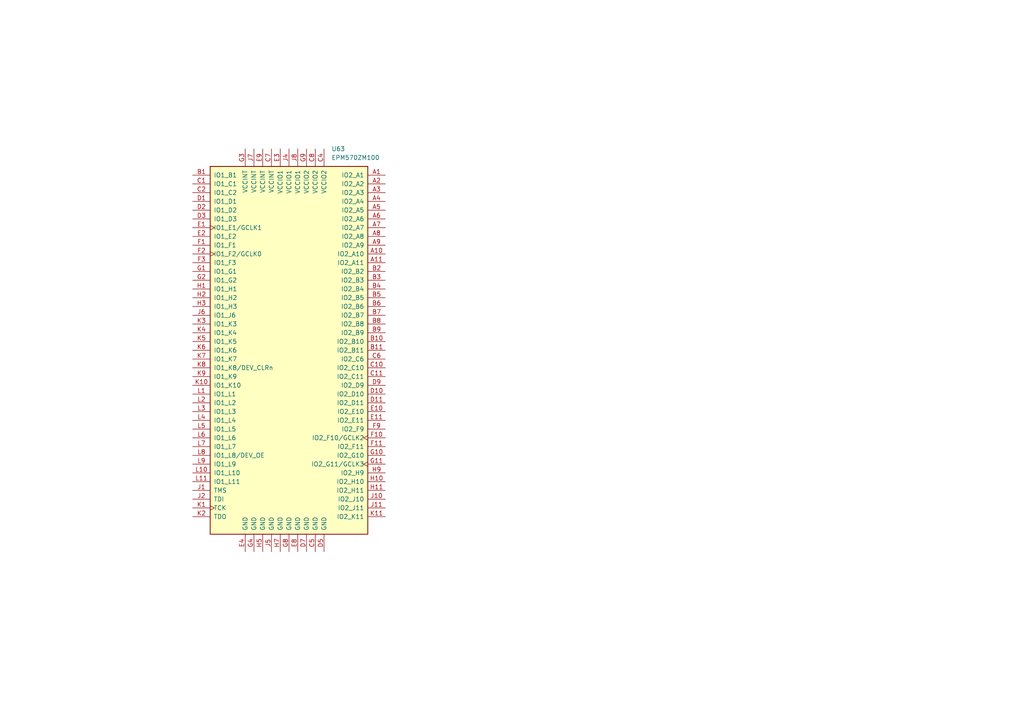
<source format=kicad_sch>
(kicad_sch (version 20250114) (generator "eeschema") (generator_version "9.0")
  (paper "A4")
  (lib_symbols
    (symbol "CPLD_Altera:EPM570ZM100" (pin_names (offset 1.016))
      (property "Reference" "U" (at 12.7 54.61 0))
      (property "Value" "EPM570ZM100" (at 12.7 -54.61 0))
      (symbol "EPM570ZM100_1_1"
        (rectangle (start -22.86 53.34) (end 22.86 -53.34) (stroke (width 0.254)) (fill (type background)))
        (pin bidirectional line (at -27.94 50.8 0) (length 5.08) (name "IO1_B1") (number "B1"))
        (pin bidirectional line (at -27.94 48.26 0) (length 5.08) (name "IO1_C1") (number "C1"))
        (pin bidirectional line (at -27.94 45.72 0) (length 5.08) (name "IO1_C2") (number "C2"))
        (pin bidirectional line (at -27.94 43.18 0) (length 5.08) (name "IO1_D1") (number "D1"))
        (pin bidirectional line (at -27.94 40.64 0) (length 5.08) (name "IO1_D2") (number "D2"))
        (pin bidirectional line (at -27.94 38.1 0) (length 5.08) (name "IO1_D3") (number "D3"))
        (pin bidirectional clock (at -27.94 35.56 0) (length 5.08) (name "IO1_E1/GCLK1") (number "E1"))
        (pin bidirectional line (at -27.94 33.02 0) (length 5.08) (name "IO1_E2") (number "E2"))
        (pin bidirectional line (at -27.94 30.48 0) (length 5.08) (name "IO1_F1") (number "F1"))
        (pin bidirectional clock (at -27.94 27.94 0) (length 5.08) (name "IO1_F2/GCLK0") (number "F2"))
        (pin bidirectional line (at -27.94 25.4 0) (length 5.08) (name "IO1_F3") (number "F3"))
        (pin bidirectional line (at -27.94 22.86 0) (length 5.08) (name "IO1_G1") (number "G1"))
        (pin bidirectional line (at -27.94 20.32 0) (length 5.08) (name "IO1_G2") (number "G2"))
        (pin bidirectional line (at -27.94 17.78 0) (length 5.08) (name "IO1_H1") (number "H1"))
        (pin bidirectional line (at -27.94 15.24 0) (length 5.08) (name "IO1_H2") (number "H2"))
        (pin bidirectional line (at -27.94 12.7 0) (length 5.08) (name "IO1_H3") (number "H3"))
        (pin bidirectional line (at -27.94 10.16 0) (length 5.08) (name "IO1_J6") (number "J6"))
        (pin bidirectional line (at -27.94 7.62 0) (length 5.08) (name "IO1_K3") (number "K3"))
        (pin bidirectional line (at -27.94 5.08 0) (length 5.08) (name "IO1_K4") (number "K4"))
        (pin bidirectional line (at -27.94 2.54 0) (length 5.08) (name "IO1_K5") (number "K5"))
        (pin bidirectional line (at -27.94 0 0) (length 5.08) (name "IO1_K6") (number "K6"))
        (pin bidirectional line (at -27.94 -2.54 0) (length 5.08) (name "IO1_K7") (number "K7"))
        (pin bidirectional line (at -27.94 -5.08 0) (length 5.08) (name "IO1_K8/DEV_CLRn") (number "K8"))
        (pin bidirectional line (at -27.94 -7.62 0) (length 5.08) (name "IO1_K9") (number "K9"))
        (pin bidirectional line (at -27.94 -10.16 0) (length 5.08) (name "IO1_K10") (number "K10"))
        (pin bidirectional line (at -27.94 -12.7 0) (length 5.08) (name "IO1_L1") (number "L1"))
        (pin bidirectional line (at -27.94 -15.24 0) (length 5.08) (name "IO1_L2") (number "L2"))
        (pin bidirectional line (at -27.94 -17.78 0) (length 5.08) (name "IO1_L3") (number "L3"))
        (pin bidirectional line (at -27.94 -20.32 0) (length 5.08) (name "IO1_L4") (number "L4"))
        (pin bidirectional line (at -27.94 -22.86 0) (length 5.08) (name "IO1_L5") (number "L5"))
        (pin bidirectional line (at -27.94 -25.4 0) (length 5.08) (name "IO1_L6") (number "L6"))
        (pin bidirectional line (at -27.94 -27.94 0) (length 5.08) (name "IO1_L7") (number "L7"))
        (pin bidirectional line (at -27.94 -30.48 0) (length 5.08) (name "IO1_L8/DEV_OE") (number "L8"))
        (pin bidirectional line (at -27.94 -33.02 0) (length 5.08) (name "IO1_L9") (number "L9"))
        (pin bidirectional line (at -27.94 -35.56 0) (length 5.08) (name "IO1_L10") (number "L10"))
        (pin bidirectional line (at -27.94 -38.1 0) (length 5.08) (name "IO1_L11") (number "L11"))
        (pin input line (at -27.94 -40.64 0) (length 5.08) (name "TMS") (number "J1"))
        (pin input line (at -27.94 -43.18 0) (length 5.08) (name "TDI") (number "J2"))
        (pin input clock (at -27.94 -45.72 0) (length 5.08) (name "TCK") (number "K1"))
        (pin output line (at -27.94 -48.26 0) (length 5.08) (name "TDO") (number "K2"))
        (pin power_in line (at -12.7 58.42 270) (length 5.08) (name "VCCINT") (number "G3"))
        (pin power_in line (at -12.7 -58.42 90) (length 5.08) (name "GND") (number "E4"))
        (pin power_in line (at -10.16 58.42 270) (length 5.08) (name "VCCINT") (number "J7"))
        (pin power_in line (at -10.16 -58.42 90) (length 5.08) (name "GND") (number "G4"))
        (pin power_in line (at -7.62 58.42 270) (length 5.08) (name "VCCINT") (number "E9"))
        (pin power_in line (at -7.62 -58.42 90) (length 5.08) (name "GND") (number "H5"))
        (pin power_in line (at -5.08 58.42 270) (length 5.08) (name "VCCINT") (number "C7"))
        (pin power_in line (at -5.08 -58.42 90) (length 5.08) (name "GND") (number "J5"))
        (pin power_in line (at -2.54 58.42 270) (length 5.08) (name "VCCIO1") (number "E3"))
        (pin power_in line (at -2.54 -58.42 90) (length 5.08) (name "GND") (number "H7"))
        (pin power_in line (at 0 58.42 270) (length 5.08) (name "VCCIO1") (number "J4"))
        (pin power_in line (at 0 -58.42 90) (length 5.08) (name "GND") (number "G8"))
        (pin power_in line (at 2.54 58.42 270) (length 5.08) (name "VCCIO1") (number "J8"))
        (pin power_in line (at 2.54 -58.42 90) (length 5.08) (name "GND") (number "E8"))
        (pin power_in line (at 5.08 58.42 270) (length 5.08) (name "VCCIO2") (number "G9"))
        (pin power_in line (at 5.08 -58.42 90) (length 5.08) (name "GND") (number "D7"))
        (pin power_in line (at 7.62 58.42 270) (length 5.08) (name "VCCIO2") (number "C8"))
        (pin power_in line (at 7.62 -58.42 90) (length 5.08) (name "GND") (number "C5"))
        (pin power_in line (at 10.16 58.42 270) (length 5.08) (name "VCCIO2") (number "C4"))
        (pin power_in line (at 10.16 -58.42 90) (length 5.08) (name "GND") (number "D5"))
        (pin bidirectional line (at 27.94 50.8 180) (length 5.08) (name "IO2_A1") (number "A1"))
        (pin bidirectional line (at 27.94 48.26 180) (length 5.08) (name "IO2_A2") (number "A2"))
        (pin bidirectional line (at 27.94 45.72 180) (length 5.08) (name "IO2_A3") (number "A3"))
        (pin bidirectional line (at 27.94 43.18 180) (length 5.08) (name "IO2_A4") (number "A4"))
        (pin bidirectional line (at 27.94 40.64 180) (length 5.08) (name "IO2_A5") (number "A5"))
        (pin bidirectional line (at 27.94 38.1 180) (length 5.08) (name "IO2_A6") (number "A6"))
        (pin bidirectional line (at 27.94 35.56 180) (length 5.08) (name "IO2_A7") (number "A7"))
        (pin bidirectional line (at 27.94 33.02 180) (length 5.08) (name "IO2_A8") (number "A8"))
        (pin bidirectional line (at 27.94 30.48 180) (length 5.08) (name "IO2_A9") (number "A9"))
        (pin bidirectional line (at 27.94 27.94 180) (length 5.08) (name "IO2_A10") (number "A10"))
        (pin bidirectional line (at 27.94 25.4 180) (length 5.08) (name "IO2_A11") (number "A11"))
        (pin bidirectional line (at 27.94 22.86 180) (length 5.08) (name "IO2_B2") (number "B2"))
        (pin bidirectional line (at 27.94 20.32 180) (length 5.08) (name "IO2_B3") (number "B3"))
        (pin bidirectional line (at 27.94 17.78 180) (length 5.08) (name "IO2_B4") (number "B4"))
        (pin bidirectional line (at 27.94 15.24 180) (length 5.08) (name "IO2_B5") (number "B5"))
        (pin bidirectional line (at 27.94 12.7 180) (length 5.08) (name "IO2_B6") (number "B6"))
        (pin bidirectional line (at 27.94 10.16 180) (length 5.08) (name "IO2_B7") (number "B7"))
        (pin bidirectional line (at 27.94 7.62 180) (length 5.08) (name "IO2_B8") (number "B8"))
        (pin bidirectional line (at 27.94 5.08 180) (length 5.08) (name "IO2_B9") (number "B9"))
        (pin bidirectional line (at 27.94 2.54 180) (length 5.08) (name "IO2_B10") (number "B10"))
        (pin bidirectional line (at 27.94 0 180) (length 5.08) (name "IO2_B11") (number "B11"))
        (pin bidirectional line (at 27.94 -2.54 180) (length 5.08) (name "IO2_C6") (number "C6"))
        (pin bidirectional line (at 27.94 -5.08 180) (length 5.08) (name "IO2_C10") (number "C10"))
        (pin bidirectional line (at 27.94 -7.62 180) (length 5.08) (name "IO2_C11") (number "C11"))
        (pin bidirectional line (at 27.94 -10.16 180) (length 5.08) (name "IO2_D9") (number "D9"))
        (pin bidirectional line (at 27.94 -12.7 180) (length 5.08) (name "IO2_D10") (number "D10"))
        (pin bidirectional line (at 27.94 -15.24 180) (length 5.08) (name "IO2_D11") (number "D11"))
        (pin bidirectional line (at 27.94 -17.78 180) (length 5.08) (name "IO2_E10") (number "E10"))
        (pin bidirectional line (at 27.94 -20.32 180) (length 5.08) (name "IO2_E11") (number "E11"))
        (pin bidirectional line (at 27.94 -22.86 180) (length 5.08) (name "IO2_F9") (number "F9"))
        (pin bidirectional clock (at 27.94 -25.4 180) (length 5.08) (name "IO2_F10/GCLK2") (number "F10"))
        (pin bidirectional line (at 27.94 -27.94 180) (length 5.08) (name "IO2_F11") (number "F11"))
        (pin bidirectional line (at 27.94 -30.48 180) (length 5.08) (name "IO2_G10") (number "G10"))
        (pin bidirectional clock (at 27.94 -33.02 180) (length 5.08) (name "IO2_G11/GCLK3") (number "G11"))
        (pin bidirectional line (at 27.94 -35.56 180) (length 5.08) (name "IO2_H9") (number "H9"))
        (pin bidirectional line (at 27.94 -38.1 180) (length 5.08) (name "IO2_H10") (number "H10"))
        (pin bidirectional line (at 27.94 -40.64 180) (length 5.08) (name "IO2_H11") (number "H11"))
        (pin bidirectional line (at 27.94 -43.18 180) (length 5.08) (name "IO2_J10") (number "J10"))
        (pin bidirectional line (at 27.94 -45.72 180) (length 5.08) (name "IO2_J11") (number "J11"))
        (pin bidirectional line (at 27.94 -48.26 180) (length 5.08) (name "IO2_K11") (number "K11"))
      )
    )
  )
  (symbol (lib_id "CPLD_Altera:EPM570ZM100") (at 83.82 101.6 0) (unit 1)
    (property "Reference" "U63" (at 96.1233 43.18 0) (effects (justify left)))
    (property "Value" "EPM570ZM100" (at 96.1233 45.72 0) (effects (justify left)))
    (property "Footprint" "Package_BGA:BGA-100_6.0x6.0mm_Layout11x11_P0.5mm_Ball0.3mm_Pad0.25mm_NSMD" (effects (hide yes)))
    (property "Datasheet" "https://www.altera.com/content/dam/altera-www/global/en_US/pdfs/literature/hb/max2/max2_mii5v1.pdf" (effects (hide yes)))
    (property "Description" "Altera Zero-Power MAX2 CPLD with 570 LE" (effects (hide yes)))
  )
)
</source>
